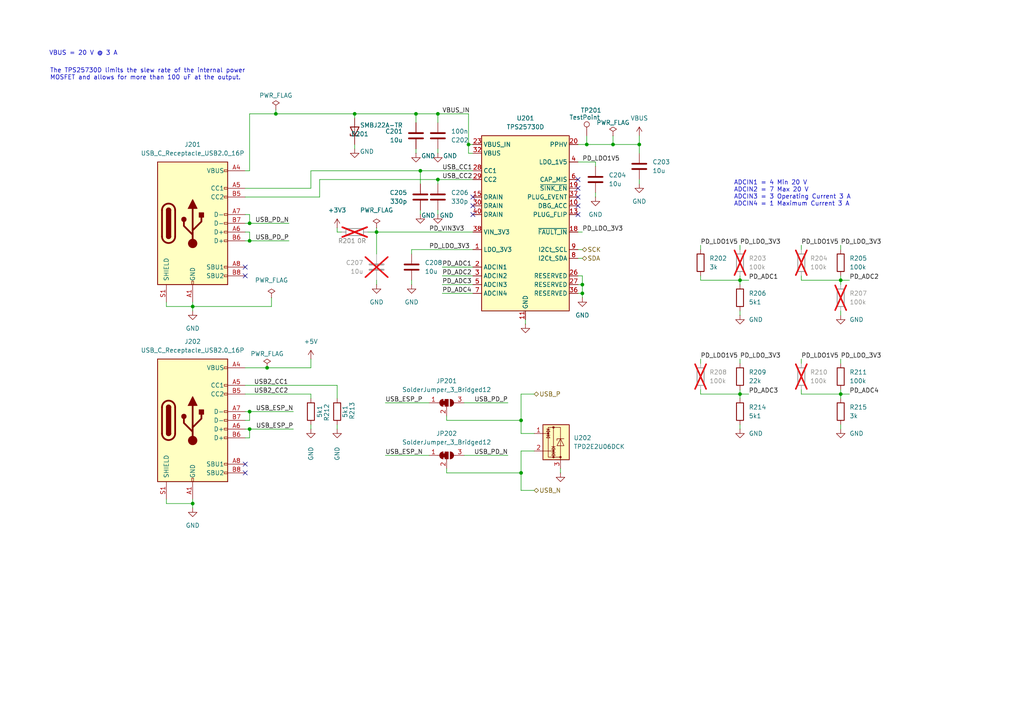
<source format=kicad_sch>
(kicad_sch (version 20250114) (generator "eeschema") (generator_version "9.0")
  (paper "A4")
  (title_block (title "Glowbuck"))
  (lib_symbols
    (symbol "Connector:TestPoint" (pin_numbers (hide yes)) (pin_names (offset 0.762) (hide yes))
      (property "Reference" "TP" (at 0 6.858 0))
      (property "Value" "TestPoint" (at 0 5.08 0))
      (symbol "TestPoint_0_1"
        (circle (center 0 3.302) (radius 0.762))
      )
      (symbol "TestPoint_1_1"
        (pin passive line (at 0 0 90) (length 2.54) (name "1") (number "1"))
      )
    )
    (symbol "Connector:USB_C_Receptacle_USB2.0_16P" (pin_names (offset 1.016))
      (property "Reference" "J" (at 0 22.225 0))
      (property "Value" "USB_C_Receptacle_USB2.0_16P" (at 0 19.685 0))
      (symbol "USB_C_Receptacle_USB2.0_16P_0_0"
        (rectangle (start -0.254 -17.78) (end 0.254 -16.764))
        (rectangle (start 10.16 15.494) (end 9.144 14.986))
        (rectangle (start 10.16 10.414) (end 9.144 9.906))
        (rectangle (start 10.16 7.874) (end 9.144 7.366))
        (rectangle (start 10.16 2.794) (end 9.144 2.286))
        (rectangle (start 10.16 0.254) (end 9.144 -0.254))
        (rectangle (start 10.16 -2.286) (end 9.144 -2.794))
        (rectangle (start 10.16 -4.826) (end 9.144 -5.334))
        (rectangle (start 10.16 -12.446) (end 9.144 -12.954))
        (rectangle (start 10.16 -14.986) (end 9.144 -15.494))
      )
      (symbol "USB_C_Receptacle_USB2.0_16P_0_1"
        (rectangle (start -10.16 17.78) (end 10.16 -17.78) (stroke (width 0.254)) (fill (type background)))
        (polyline (pts (xy -8.89 -3.81) (xy -8.89 3.81)) (stroke (width 0.508)))
        (rectangle (start -7.62 -3.81) (end -6.35 3.81) (stroke (width 0.254)) (fill (type outline)))
        (arc (start -7.62 3.81) (mid -6.985 4.4423) (end -6.35 3.81) (stroke (width 0.254)))
        (arc (start -7.62 3.81) (mid -6.985 4.4423) (end -6.35 3.81) (stroke (width 0.254)) (fill (type outline)))
        (arc (start -8.89 3.81) (mid -6.985 5.7067) (end -5.08 3.81) (stroke (width 0.508)))
        (arc (start -5.08 -3.81) (mid -6.985 -5.7067) (end -8.89 -3.81) (stroke (width 0.508)))
        (arc (start -6.35 -3.81) (mid -6.985 -4.4423) (end -7.62 -3.81) (stroke (width 0.254)))
        (arc (start -6.35 -3.81) (mid -6.985 -4.4423) (end -7.62 -3.81) (stroke (width 0.254)) (fill (type outline)))
        (polyline (pts (xy -5.08 3.81) (xy -5.08 -3.81)) (stroke (width 0.508)))
        (circle (center -2.54 1.143) (radius 0.635) (stroke (width 0.254)) (fill (type outline)))
        (polyline (pts (xy -1.27 4.318) (xy 0 6.858) (xy 1.27 4.318) (xy -1.27 4.318)) (stroke (width 0.254)) (fill (type outline)))
        (polyline (pts (xy 0 -2.032) (xy 2.54 0.508) (xy 2.54 1.778)) (stroke (width 0.508)))
        (polyline (pts (xy 0 -3.302) (xy -2.54 -0.762) (xy -2.54 0.508)) (stroke (width 0.508)))
        (polyline (pts (xy 0 -5.842) (xy 0 4.318)) (stroke (width 0.508)))
        (circle (center 0 -5.842) (radius 1.27) (fill (type outline)))
        (rectangle (start 1.905 1.778) (end 3.175 3.048) (stroke (width 0.254)) (fill (type outline)))
      )
      (symbol "USB_C_Receptacle_USB2.0_16P_1_1"
        (pin passive line (at -7.62 -22.86 90) (length 5.08) (name "SHIELD") (number "S1"))
        (pin passive line (at 0 -22.86 90) (length 5.08) (name "GND") (number "A1"))
        (pin passive line (at 0 -22.86 90) (length 5.08) (hide yes) (name "GND") (number "A12"))
        (pin passive line (at 0 -22.86 90) (length 5.08) (hide yes) (name "GND") (number "B1"))
        (pin passive line (at 0 -22.86 90) (length 5.08) (hide yes) (name "GND") (number "B12"))
        (pin passive line (at 15.24 15.24 180) (length 5.08) (name "VBUS") (number "A4"))
        (pin passive line (at 15.24 15.24 180) (length 5.08) (hide yes) (name "VBUS") (number "A9"))
        (pin passive line (at 15.24 15.24 180) (length 5.08) (hide yes) (name "VBUS") (number "B4"))
        (pin passive line (at 15.24 15.24 180) (length 5.08) (hide yes) (name "VBUS") (number "B9"))
        (pin bidirectional line (at 15.24 10.16 180) (length 5.08) (name "CC1") (number "A5"))
        (pin bidirectional line (at 15.24 7.62 180) (length 5.08) (name "CC2") (number "B5"))
        (pin bidirectional line (at 15.24 2.54 180) (length 5.08) (name "D-") (number "A7"))
        (pin bidirectional line (at 15.24 0 180) (length 5.08) (name "D-") (number "B7"))
        (pin bidirectional line (at 15.24 -2.54 180) (length 5.08) (name "D+") (number "A6"))
        (pin bidirectional line (at 15.24 -5.08 180) (length 5.08) (name "D+") (number "B6"))
        (pin bidirectional line (at 15.24 -12.7 180) (length 5.08) (name "SBU1") (number "A8"))
        (pin bidirectional line (at 15.24 -15.24 180) (length 5.08) (name "SBU2") (number "B8"))
      )
    )
    (symbol "Device:C" (pin_numbers (hide yes)) (pin_names (offset 0.254))
      (property "Reference" "C" (at 0.635 2.54 0))
      (property "Value" "C" (at 0.635 -2.54 0))
      (symbol "C_0_1"
        (polyline (pts (xy -2.032 0.762) (xy 2.032 0.762)) (stroke (width 0.508)))
        (polyline (pts (xy -2.032 -0.762) (xy 2.032 -0.762)) (stroke (width 0.508)))
      )
      (symbol "C_1_1"
        (pin passive line (at 0 3.81 270) (length 2.794) (name "~") (number "1"))
        (pin passive line (at 0 -3.81 90) (length 2.794) (name "~") (number "2"))
      )
    )
    (symbol "Device:D_Zener" (pin_numbers (hide yes)) (pin_names (offset 1.016) (hide yes))
      (property "Reference" "D" (at 0 2.54 0))
      (property "Value" "D_Zener" (at 0 -2.54 0))
      (symbol "D_Zener_0_1"
        (polyline (pts (xy -1.27 -1.27) (xy -1.27 1.27) (xy -0.762 1.27)) (stroke (width 0.254)))
        (polyline (pts (xy 1.27 0) (xy -1.27 0)))
        (polyline (pts (xy 1.27 -1.27) (xy 1.27 1.27) (xy -1.27 0) (xy 1.27 -1.27)) (stroke (width 0.254)))
      )
      (symbol "D_Zener_1_1"
        (pin passive line (at -3.81 0 0) (length 2.54) (name "K") (number "1"))
        (pin passive line (at 3.81 0 180) (length 2.54) (name "A") (number "2"))
      )
    )
    (symbol "Device:R" (pin_numbers (hide yes)) (pin_names (offset 0))
      (property "Reference" "R" (at 2.032 0 90))
      (property "Value" "R" (at 0 0 90))
      (symbol "R_0_1"
        (rectangle (start -1.016 -2.54) (end 1.016 2.54) (stroke (width 0.254)))
      )
      (symbol "R_1_1"
        (pin passive line (at 0 3.81 270) (length 1.27) (name "~") (number "1"))
        (pin passive line (at 0 -3.81 90) (length 1.27) (name "~") (number "2"))
      )
    )
    (symbol "Interface_USB:TPS25730D"
      (property "Reference" "U" (at -12.192 26.924 0))
      (property "Value" "TPS25730D" (at 7.874 -26.924 0))
      (symbol "TPS25730D_1_1"
        (rectangle (start -12.7 25.4) (end 12.7 -25.4) (stroke (width 0.254)) (fill (type background)))
        (pin power_in line (at -15.24 22.86 0) (length 2.54) (name "VBUS_IN") (number "23"))
        (pin power_in line (at -15.24 20.32 0) (length 2.54) (name "VBUS") (number "32"))
        (pin bidirectional line (at -15.24 15.24 0) (length 2.54) (name "CC1") (number "28"))
        (pin bidirectional line (at -15.24 12.7 0) (length 2.54) (name "CC2") (number "29"))
        (pin passive line (at -15.24 7.62 0) (length 2.54) (name "DRAIN") (number "15"))
        (pin passive line (at -15.24 5.08 0) (length 2.54) (name "DRAIN") (number "30"))
        (pin passive line (at -15.24 2.54 0) (length 2.54) (name "DRAIN") (number "40"))
        (pin power_in line (at -15.24 -2.54 0) (length 2.54) (name "VIN_3V3") (number "38"))
        (pin power_out line (at -15.24 -7.62 0) (length 2.54) (name "LDO_3V3") (number "1"))
        (pin input line (at -15.24 -12.7 0) (length 2.54) (name "ADCIN1") (number "2"))
        (pin input line (at -15.24 -15.24 0) (length 2.54) (name "ADCIN2") (number "3"))
        (pin input line (at -15.24 -17.78 0) (length 2.54) (name "ADCIN3") (number "5"))
        (pin input line (at -15.24 -20.32 0) (length 2.54) (name "ADCIN4") (number "7"))
        (pin power_in line (at 0 -27.94 90) (length 2.54) (name "GND") (number "11"))
        (pin passive line (at 0 -27.94 90) (length 2.54) (hide yes) (name "GND") (number "12"))
        (pin passive line (at 0 -27.94 90) (length 2.54) (hide yes) (name "GND") (number "14"))
        (pin passive line (at 0 -27.94 90) (length 2.54) (hide yes) (name "GND") (number "16"))
        (pin passive line (at 0 -27.94 90) (length 2.54) (hide yes) (name "GND") (number "17"))
        (pin passive line (at 0 -27.94 90) (length 2.54) (hide yes) (name "GND") (number "31"))
        (pin passive line (at 0 -27.94 90) (length 2.54) (hide yes) (name "GND") (number "34"))
        (pin passive line (at 0 -27.94 90) (length 2.54) (hide yes) (name "GND") (number "39"))
        (pin bidirectional line (at 15.24 22.86 180) (length 2.54) (name "PPHV") (number "20"))
        (pin output line (at 15.24 17.78 180) (length 2.54) (name "LDO_1V5") (number "4"))
        (pin open_collector line (at 15.24 12.7 180) (length 2.54) (name "CAP_MIS") (number "6"))
        (pin open_collector line (at 15.24 10.16 180) (length 2.54) (name "~{SINK_EN}") (number "19"))
        (pin open_collector line (at 15.24 7.62 180) (length 2.54) (name "PLUG_EVENT") (number "37"))
        (pin open_collector line (at 15.24 5.08 180) (length 2.54) (name "DBG_ACC") (number "10"))
        (pin open_collector line (at 15.24 2.54 180) (length 2.54) (name "PLUG_FLIP") (number "13"))
        (pin input line (at 15.24 -2.54 180) (length 2.54) (name "~{FAULT_IN}") (number "18"))
        (pin input line (at 15.24 -7.62 180) (length 2.54) (name "I2Ct_SCL") (number "9"))
        (pin bidirectional line (at 15.24 -10.16 180) (length 2.54) (name "I2Ct_SDA") (number "8"))
        (pin input line (at 15.24 -15.24 180) (length 2.54) (name "RESERVED") (number "26"))
        (pin input line (at 15.24 -17.78 180) (length 2.54) (name "RESERVED") (number "27"))
        (pin input line (at 15.24 -20.32 180) (length 2.54) (name "RESERVED") (number "36"))
      )
    )
    (symbol "Jumper:SolderJumper_3_Bridged12" (pin_names (offset 0) (hide yes)) (in_bom no)
      (property "Reference" "JP" (at -2.54 -2.54 0))
      (property "Value" "SolderJumper_3_Bridged12" (at 0 2.794 0))
      (symbol "SolderJumper_3_Bridged12_0_1"
        (polyline (pts (xy -2.54 0) (xy -2.032 0)))
        (polyline (pts (xy -1.016 1.016) (xy -1.016 -1.016)))
        (rectangle (start -1.016 0.508) (end -0.508 -0.508) (fill (type outline)))
        (arc (start -1.016 -1.016) (mid -2.0276 0) (end -1.016 1.016))
        (arc (start -1.016 -1.016) (mid -2.0276 0) (end -1.016 1.016) (fill (type outline)))
        (rectangle (start -0.508 1.016) (end 0.508 -1.016) (fill (type outline)))
        (polyline (pts (xy 0 -1.27) (xy 0 -1.016)))
        (arc (start 1.016 1.016) (mid 2.0276 0) (end 1.016 -1.016))
        (arc (start 1.016 1.016) (mid 2.0276 0) (end 1.016 -1.016) (fill (type outline)))
        (polyline (pts (xy 1.016 1.016) (xy 1.016 -1.016)))
        (polyline (pts (xy 2.54 0) (xy 2.032 0)))
      )
      (symbol "SolderJumper_3_Bridged12_1_1"
        (pin passive line (at -5.08 0 0) (length 2.54) (name "A") (number "1"))
        (pin passive line (at 0 -3.81 90) (length 2.54) (name "C") (number "2"))
        (pin passive line (at 5.08 0 180) (length 2.54) (name "B") (number "3"))
      )
    )
    (symbol "Power_Protection:TPD2E2U06DCK"
      (property "Reference" "U" (at -3.81 6.35 0))
      (property "Value" "TPD2E2U06DCK" (at 0.508 -6.35 0))
      (symbol "TPD2E2U06DCK_0_1"
        (rectangle (start -5.08 5.08) (end 2.54 -5.08) (stroke (width 0.254)) (fill (type background)))
        (rectangle (start -3.556 4.318) (end 0 -4.318))
        (polyline (pts (xy -3.556 3.81) (xy -4.064 3.048) (xy -3.048 3.048) (xy -3.556 3.81)))
        (circle (center -3.556 2.54) (radius 0.254) (fill (type outline)))
        (polyline (pts (xy -3.556 2.54) (xy -5.08 2.54)))
        (polyline (pts (xy -3.556 2.032) (xy -4.064 1.27) (xy -3.048 1.27) (xy -3.556 2.032)))
        (polyline (pts (xy -3.048 3.81) (xy -4.064 3.81)))
        (polyline (pts (xy -3.048 2.032) (xy -4.064 2.032)))
        (circle (center -2.032 4.318) (radius 0.254) (fill (type outline)))
        (polyline (pts (xy -2.032 -1.27) (xy -2.54 -2.032) (xy -1.524 -2.032) (xy -2.032 -1.27)))
        (circle (center -2.032 -2.54) (radius 0.254) (fill (type outline)))
        (polyline (pts (xy -2.032 -2.54) (xy -5.08 -2.54)))
        (polyline (pts (xy -2.032 -3.048) (xy -2.54 -3.81) (xy -1.524 -3.81) (xy -2.032 -3.048)))
        (circle (center -2.032 -4.318) (radius 0.254) (fill (type outline)))
        (polyline (pts (xy -2.032 -4.318) (xy -2.032 4.318)))
        (polyline (pts (xy -1.524 -1.27) (xy -2.54 -1.27)))
        (polyline (pts (xy -1.524 -3.048) (xy -2.54 -3.048)))
        (polyline (pts (xy 0 1.016) (xy 1.016 -1.016) (xy -1.016 -1.016) (xy 0 1.016)))
        (polyline (pts (xy 0 -4.318) (xy 0 -5.08)))
        (circle (center 0 -4.318) (radius 0.254) (fill (type outline)))
        (polyline (pts (xy 1.016 1.016) (xy -1.016 1.016) (xy -1.016 0.508)))
      )
      (symbol "TPD2E2U06DCK_1_1"
        (pin passive line (at -7.62 2.54 0) (length 2.54) (name "~") (number "1"))
        (pin passive line (at -7.62 -2.54 0) (length 2.54) (name "~") (number "2"))
        (pin passive line (at 0 -7.62 90) (length 2.54) (name "~") (number "3"))
      )
    )
    (symbol "power:+3V3" (power) (pin_numbers (hide yes)) (pin_names (offset 0) (hide yes))
      (property "Value" "+3V3" (at 0 3.556 0))
      (symbol "+3V3_0_1"
        (polyline (pts (xy -0.762 1.27) (xy 0 2.54)))
        (polyline (pts (xy 0 2.54) (xy 0.762 1.27)))
        (polyline (pts (xy 0 0) (xy 0 2.54)))
      )
      (symbol "+3V3_1_1"
        (pin power_in line (at 0 0 90) (length 0) (name "~") (number "1"))
      )
    )
    (symbol "power:+5V" (power) (pin_numbers (hide yes)) (pin_names (offset 0) (hide yes))
      (property "Value" "+5V" (at 0 3.556 0))
      (symbol "+5V_0_1"
        (polyline (pts (xy -0.762 1.27) (xy 0 2.54)))
        (polyline (pts (xy 0 2.54) (xy 0.762 1.27)))
        (polyline (pts (xy 0 0) (xy 0 2.54)))
      )
      (symbol "+5V_1_1"
        (pin power_in line (at 0 0 90) (length 0) (name "~") (number "1"))
      )
    )
    (symbol "power:GND" (power) (pin_numbers (hide yes)) (pin_names (offset 0) (hide yes))
      (property "Value" "GND" (at 0 -3.81 0))
      (symbol "GND_0_1"
        (polyline (pts (xy 0 0) (xy 0 -1.27) (xy 1.27 -1.27) (xy 0 -2.54) (xy -1.27 -1.27) (xy 0 -1.27)))
      )
      (symbol "GND_1_1"
        (pin power_in line (at 0 0 270) (length 0) (name "~") (number "1"))
      )
    )
    (symbol "power:PWR_FLAG" (power) (pin_numbers (hide yes)) (pin_names (offset 0) (hide yes))
      (property "Value" "PWR_FLAG" (at 0 3.81 0))
      (symbol "PWR_FLAG_0_0"
        (pin power_out line (at 0 0 90) (length 0) (name "~") (number "1"))
      )
      (symbol "PWR_FLAG_0_1"
        (polyline (pts (xy 0 0) (xy 0 1.27) (xy -1.016 1.905) (xy 0 2.54) (xy 1.016 1.905) (xy 0 1.27)))
      )
    )
    (symbol "power:VBUS" (power) (pin_numbers (hide yes)) (pin_names (offset 0) (hide yes))
      (property "Value" "VBUS" (at 0 3.556 0))
      (symbol "VBUS_0_1"
        (polyline (pts (xy -0.762 1.27) (xy 0 2.54)))
        (polyline (pts (xy 0 2.54) (xy 0.762 1.27)))
        (polyline (pts (xy 0 0) (xy 0 2.54)))
      )
      (symbol "VBUS_1_1"
        (pin power_in line (at 0 0 90) (length 0) (name "~") (number "1"))
      )
    )
  )
  (text "The TPS25730D limits the slew rate of the internal power\nMOSFET and allows for more than 100 uF at the output." (at 14.478 19.812 0) (effects (font (size 1.27 1.27)) (justify left top)))
  (text "ADCIN1 = 4 Min 20 V\nADCIN2 = 7 Max 20 V\nADCIN3 = 3 Operating Current 3 A\nADCIN4 = 1 Maximum Current 3 A" (at 212.852 56.134 0) (effects (font (size 1.27 1.27)) (justify left)))
  (text "VBUS = 20 V @ 3 A" (at 14.224 14.732 0) (effects (font (size 1.27 1.27)) (justify left top)))
  (junction (at 214.63 114.3))
  (junction (at 185.42 41.91))
  (junction (at 177.8 41.91))
  (junction (at 72.39 119.38))
  (junction (at 77.47 106.68))
  (junction (at 243.84 114.3))
  (junction (at 109.22 67.31))
  (junction (at 151.13 137.16))
  (junction (at 168.91 82.55))
  (junction (at 72.39 69.85))
  (junction (at 72.39 64.77))
  (junction (at 55.88 146.05))
  (junction (at 168.91 85.09))
  (junction (at 102.87 33.02))
  (junction (at 214.63 81.28))
  (junction (at 55.88 88.9))
  (junction (at 135.89 41.91))
  (junction (at 127 33.02))
  (junction (at 170.18 41.91))
  (junction (at 127 52.07))
  (junction (at 243.84 81.28))
  (junction (at 80.01 33.02))
  (junction (at 121.92 49.53))
  (junction (at 72.39 124.46))
  (junction (at 120.65 33.02))
  (junction (at 151.13 121.92))
  (no_connect (at 167.64 59.69))
  (no_connect (at 137.16 57.15))
  (no_connect (at 71.12 137.16))
  (no_connect (at 137.16 59.69))
  (no_connect (at 137.16 62.23))
  (no_connect (at 167.64 54.61))
  (no_connect (at 71.12 77.47))
  (no_connect (at 167.64 52.07))
  (no_connect (at 71.12 80.01))
  (no_connect (at 167.64 57.15))
  (no_connect (at 167.64 62.23))
  (no_connect (at 71.12 134.62))
  (wire (pts (xy 214.63 71.12) (xy 214.63 72.39)))
  (wire (pts (xy 77.47 106.68) (xy 90.17 106.68)))
  (wire (pts (xy 185.42 41.91) (xy 185.42 44.45)))
  (wire (pts (xy 151.13 130.81) (xy 151.13 137.16)))
  (wire (pts (xy 232.41 113.03) (xy 232.41 114.3)))
  (wire (pts (xy 128.27 80.01) (xy 137.16 80.01)))
  (wire (pts (xy 232.41 81.28) (xy 243.84 81.28)))
  (wire (pts (xy 127 33.02) (xy 135.89 33.02)))
  (wire (pts (xy 109.22 67.31) (xy 137.16 67.31)))
  (wire (pts (xy 203.2 80.01) (xy 203.2 81.28)))
  (wire (pts (xy 121.92 62.23) (xy 121.92 60.96)))
  (wire (pts (xy 127 52.07) (xy 92.71 52.07)))
  (wire (pts (xy 97.79 115.57) (xy 97.79 111.76)))
  (wire (pts (xy 109.22 67.31) (xy 109.22 73.66)))
  (wire (pts (xy 232.41 114.3) (xy 243.84 114.3)))
  (wire (pts (xy 243.84 81.28) (xy 243.84 82.55)))
  (wire (pts (xy 128.27 77.47) (xy 137.16 77.47)))
  (wire (pts (xy 135.89 44.45) (xy 135.89 41.91)))
  (wire (pts (xy 124.46 116.84) (xy 111.76 116.84)))
  (wire (pts (xy 72.39 62.23) (xy 71.12 62.23)))
  (wire (pts (xy 48.26 88.9) (xy 48.26 87.63)))
  (wire (pts (xy 203.2 104.14) (xy 203.2 105.41)))
  (wire (pts (xy 90.17 106.68) (xy 90.17 104.14)))
  (wire (pts (xy 172.72 46.99) (xy 172.72 48.26)))
  (wire (pts (xy 168.91 74.93) (xy 167.64 74.93)))
  (wire (pts (xy 168.91 85.09) (xy 168.91 86.36)))
  (wire (pts (xy 129.54 135.89) (xy 129.54 137.16)))
  (wire (pts (xy 72.39 49.53) (xy 71.12 49.53)))
  (wire (pts (xy 78.74 88.9) (xy 78.74 86.36)))
  (wire (pts (xy 177.8 39.37) (xy 177.8 41.91)))
  (wire (pts (xy 80.01 33.02) (xy 72.39 33.02)))
  (wire (pts (xy 137.16 44.45) (xy 135.89 44.45)))
  (wire (pts (xy 48.26 146.05) (xy 55.88 146.05)))
  (wire (pts (xy 55.88 147.32) (xy 55.88 146.05)))
  (wire (pts (xy 154.94 130.81) (xy 151.13 130.81)))
  (wire (pts (xy 147.32 116.84) (xy 134.62 116.84)))
  (wire (pts (xy 119.38 82.55) (xy 119.38 81.28)))
  (wire (pts (xy 97.79 67.31) (xy 99.06 67.31)))
  (wire (pts (xy 121.92 49.53) (xy 137.16 49.53)))
  (wire (pts (xy 72.39 69.85) (xy 71.12 69.85)))
  (wire (pts (xy 243.84 114.3) (xy 243.84 115.57)))
  (wire (pts (xy 48.26 146.05) (xy 48.26 144.78)))
  (wire (pts (xy 55.88 146.05) (xy 55.88 144.78)))
  (wire (pts (xy 106.68 67.31) (xy 109.22 67.31)))
  (wire (pts (xy 90.17 49.53) (xy 121.92 49.53)))
  (wire (pts (xy 128.27 82.55) (xy 137.16 82.55)))
  (wire (pts (xy 102.87 41.91) (xy 102.87 43.18)))
  (wire (pts (xy 72.39 127) (xy 71.12 127)))
  (wire (pts (xy 168.91 72.39) (xy 167.64 72.39)))
  (wire (pts (xy 243.84 81.28) (xy 246.38 81.28)))
  (wire (pts (xy 151.13 121.92) (xy 151.13 125.73)))
  (wire (pts (xy 203.2 71.12) (xy 203.2 72.39)))
  (wire (pts (xy 72.39 124.46) (xy 85.09 124.46)))
  (wire (pts (xy 92.71 57.15) (xy 71.12 57.15)))
  (wire (pts (xy 135.89 33.02) (xy 135.89 41.91)))
  (wire (pts (xy 214.63 113.03) (xy 214.63 114.3)))
  (wire (pts (xy 129.54 137.16) (xy 151.13 137.16)))
  (wire (pts (xy 72.39 33.02) (xy 72.39 49.53)))
  (wire (pts (xy 203.2 81.28) (xy 214.63 81.28)))
  (wire (pts (xy 72.39 69.85) (xy 83.82 69.85)))
  (wire (pts (xy 167.64 46.99) (xy 172.72 46.99)))
  (wire (pts (xy 55.88 88.9) (xy 55.88 87.63)))
  (wire (pts (xy 214.63 124.46) (xy 214.63 123.19)))
  (wire (pts (xy 129.54 121.92) (xy 151.13 121.92)))
  (wire (pts (xy 72.39 67.31) (xy 71.12 67.31)))
  (wire (pts (xy 71.12 119.38) (xy 72.39 119.38)))
  (wire (pts (xy 232.41 80.01) (xy 232.41 81.28)))
  (wire (pts (xy 154.94 125.73) (xy 151.13 125.73)))
  (wire (pts (xy 120.65 43.18) (xy 120.65 44.45)))
  (wire (pts (xy 243.84 113.03) (xy 243.84 114.3)))
  (wire (pts (xy 203.2 114.3) (xy 214.63 114.3)))
  (wire (pts (xy 170.18 39.37) (xy 170.18 41.91)))
  (wire (pts (xy 119.38 73.66) (xy 119.38 72.39)))
  (wire (pts (xy 72.39 64.77) (xy 83.82 64.77)))
  (wire (pts (xy 71.12 54.61) (xy 90.17 54.61)))
  (wire (pts (xy 127 44.45) (xy 127 43.18)))
  (wire (pts (xy 151.13 114.3) (xy 154.94 114.3)))
  (wire (pts (xy 203.2 113.03) (xy 203.2 114.3)))
  (wire (pts (xy 71.12 114.3) (xy 90.17 114.3)))
  (wire (pts (xy 243.84 114.3) (xy 246.38 114.3)))
  (wire (pts (xy 243.84 104.14) (xy 243.84 105.41)))
  (wire (pts (xy 151.13 142.24) (xy 154.94 142.24)))
  (wire (pts (xy 109.22 66.04) (xy 109.22 67.31)))
  (wire (pts (xy 232.41 104.14) (xy 232.41 105.41)))
  (wire (pts (xy 71.12 124.46) (xy 72.39 124.46)))
  (wire (pts (xy 72.39 64.77) (xy 71.12 64.77)))
  (wire (pts (xy 167.64 41.91) (xy 170.18 41.91)))
  (wire (pts (xy 102.87 33.02) (xy 120.65 33.02)))
  (wire (pts (xy 90.17 114.3) (xy 90.17 115.57)))
  (wire (pts (xy 147.32 132.08) (xy 134.62 132.08)))
  (wire (pts (xy 232.41 71.12) (xy 232.41 72.39)))
  (wire (pts (xy 48.26 88.9) (xy 55.88 88.9)))
  (wire (pts (xy 243.84 124.46) (xy 243.84 123.19)))
  (wire (pts (xy 72.39 121.92) (xy 71.12 121.92)))
  (wire (pts (xy 214.63 81.28) (xy 214.63 82.55)))
  (wire (pts (xy 120.65 33.02) (xy 120.65 35.56)))
  (wire (pts (xy 214.63 81.28) (xy 217.17 81.28)))
  (wire (pts (xy 168.91 85.09) (xy 167.64 85.09)))
  (wire (pts (xy 127 53.34) (xy 127 52.07)))
  (wire (pts (xy 214.63 91.44) (xy 214.63 90.17)))
  (wire (pts (xy 214.63 114.3) (xy 214.63 115.57)))
  (wire (pts (xy 71.12 106.68) (xy 77.47 106.68)))
  (wire (pts (xy 120.65 33.02) (xy 127 33.02)))
  (wire (pts (xy 162.56 137.16) (xy 162.56 135.89)))
  (wire (pts (xy 172.72 55.88) (xy 172.72 57.15)))
  (wire (pts (xy 71.12 111.76) (xy 97.79 111.76)))
  (wire (pts (xy 127 52.07) (xy 137.16 52.07)))
  (wire (pts (xy 168.91 82.55) (xy 167.64 82.55)))
  (wire (pts (xy 55.88 90.17) (xy 55.88 88.9)))
  (wire (pts (xy 168.91 80.01) (xy 167.64 80.01)))
  (wire (pts (xy 97.79 66.04) (xy 97.79 67.31)))
  (wire (pts (xy 109.22 82.55) (xy 109.22 81.28)))
  (wire (pts (xy 177.8 41.91) (xy 185.42 41.91)))
  (wire (pts (xy 243.84 80.01) (xy 243.84 81.28)))
  (wire (pts (xy 243.84 71.12) (xy 243.84 72.39)))
  (wire (pts (xy 72.39 67.31) (xy 72.39 69.85)))
  (wire (pts (xy 214.63 104.14) (xy 214.63 105.41)))
  (wire (pts (xy 127 33.02) (xy 127 35.56)))
  (wire (pts (xy 168.91 82.55) (xy 168.91 85.09)))
  (wire (pts (xy 124.46 132.08) (xy 111.76 132.08)))
  (wire (pts (xy 90.17 124.46) (xy 90.17 123.19)))
  (wire (pts (xy 121.92 49.53) (xy 121.92 53.34)))
  (wire (pts (xy 185.42 52.07) (xy 185.42 53.34)))
  (wire (pts (xy 97.79 124.46) (xy 97.79 123.19)))
  (wire (pts (xy 80.01 31.75) (xy 80.01 33.02)))
  (wire (pts (xy 152.4 93.98) (xy 152.4 92.71)))
  (wire (pts (xy 151.13 137.16) (xy 151.13 142.24)))
  (wire (pts (xy 128.27 85.09) (xy 137.16 85.09)))
  (wire (pts (xy 72.39 127) (xy 72.39 124.46)))
  (wire (pts (xy 72.39 62.23) (xy 72.39 64.77)))
  (wire (pts (xy 185.42 41.91) (xy 185.42 39.37)))
  (wire (pts (xy 72.39 121.92) (xy 72.39 119.38)))
  (wire (pts (xy 92.71 52.07) (xy 92.71 57.15)))
  (wire (pts (xy 135.89 41.91) (xy 137.16 41.91)))
  (wire (pts (xy 151.13 114.3) (xy 151.13 121.92)))
  (wire (pts (xy 90.17 54.61) (xy 90.17 49.53)))
  (wire (pts (xy 243.84 91.44) (xy 243.84 90.17)))
  (wire (pts (xy 167.64 67.31) (xy 168.91 67.31)))
  (wire (pts (xy 55.88 88.9) (xy 78.74 88.9)))
  (wire (pts (xy 214.63 80.01) (xy 214.63 81.28)))
  (wire (pts (xy 214.63 114.3) (xy 217.17 114.3)))
  (wire (pts (xy 170.18 41.91) (xy 177.8 41.91)))
  (wire (pts (xy 102.87 33.02) (xy 80.01 33.02)))
  (wire (pts (xy 129.54 120.65) (xy 129.54 121.92)))
  (wire (pts (xy 72.39 119.38) (xy 85.09 119.38)))
  (wire (pts (xy 102.87 33.02) (xy 102.87 34.29)))
  (wire (pts (xy 119.38 72.39) (xy 137.16 72.39)))
  (wire (pts (xy 168.91 80.01) (xy 168.91 82.55)))
  (wire (pts (xy 127 62.23) (xy 127 60.96)))
  (label "USB2_CC1" (at 73.66 111.76 0))
  (label "PD_ADC1" (at 217.17 81.28 0))
  (label "PD_ADC4" (at 246.38 114.3 0))
  (label "PD_ADC2" (at 246.38 81.28 0))
  (label "PD_LDO_3V3" (at 243.84 71.12 0))
  (label "PD_ADC3" (at 217.17 114.3 0))
  (label "PD_ADC2" (at 128.27 80.01 0))
  (label "USB_PD_P" (at 147.32 116.84 180))
  (label "USB_ESP_N" (at 111.76 132.08 0))
  (label "PD_LDO1V5" (at 203.2 104.14 0))
  (label "PD_ADC1" (at 128.27 77.47 0))
  (label "PD_LDO1V5" (at 232.41 104.14 0))
  (label "PD_ADC4" (at 128.27 85.09 0))
  (label "PD_LDO_3V3" (at 214.63 71.12 0))
  (label "PD_LDO_3V3" (at 124.46 72.39 0))
  (label "PD_LDO1V5" (at 203.2 71.12 0))
  (label "USB_ESP_P" (at 85.09 124.46 180))
  (label "PD_LDO_3V3" (at 168.91 67.31 0))
  (label "USB_ESP_N" (at 85.09 119.38 180))
  (label "PD_LDO1V5" (at 232.41 71.12 0))
  (label "PD_VIN3V3" (at 124.46 67.31 0))
  (label "PD_LDO_3V3" (at 243.84 104.14 0))
  (label "USB_CC2" (at 128.27 52.07 0))
  (label "USB_PD_N" (at 83.82 64.77 180))
  (label "PD_LDO_3V3" (at 214.63 104.14 0))
  (label "USB_CC1" (at 128.27 49.53 0))
  (label "USB_ESP_P" (at 111.76 116.84 0))
  (label "PD_ADC3" (at 128.27 82.55 0))
  (label "PD_LDO1V5" (at 168.91 46.99 0))
  (label "USB_PD_N" (at 147.32 132.08 180))
  (label "USB_PD_P" (at 83.82 69.85 180))
  (label "USB2_CC2" (at 73.66 114.3 0))
  (label "VBUS_IN" (at 128.27 33.02 0))
  (hierarchical_label "SCK" (shape bidirectional) (at 168.91 72.39 0))
  (hierarchical_label "USB_N" (shape bidirectional) (at 154.94 142.24 0))
  (hierarchical_label "USB_P" (shape bidirectional) (at 154.94 114.3 0))
  (hierarchical_label "SDA" (shape bidirectional) (at 168.91 74.93 0))
  (symbol (lib_id "power:GND") (at 127 44.45 0) (unit 1)
    (property "Reference" "#PWR0204" (effects (hide yes)))
    (property "Value" "GND" (at 132.588 45.212 0) (effects (justify right)))
    (property "Description" "Power symbol creates a global label with name \"GND\" , ground" (effects (hide yes)))
  )
  (symbol (lib_id "power:PWR_FLAG") (at 109.22 66.04 0) (unit 1)
    (property "Reference" "#FLG0203" (effects (hide yes)))
    (property "Value" "PWR_FLAG" (at 109.22 60.96 0))
    (property "Description" "Special symbol for telling ERC where power comes from" (effects (hide yes)))
  )
  (symbol (lib_id "Device:C") (at 172.72 52.07 180) (unit 1)
    (property "Reference" "C204" (at 176.53 50.7999 0) (effects (justify right)))
    (property "Value" "10u" (at 176.53 53.3399 0) (effects (justify right)))
    (property "Footprint" "Capacitor_SMD:C_0603_1608Metric" (effects (hide yes)))
    (property "Description" "Unpolarized capacitor" (effects (hide yes)))
    (property "MouserNumber" "187-CL10A106MA8NRNC" (effects (hide yes)))
    (property "ManufacturerNumber" "CL10A106MA8NRNC" (effects (hide yes)))
  )
  (symbol (lib_id "Device:R") (at 214.63 119.38 0) (unit 1)
    (property "Reference" "R214" (at 217.17 118.1099 0) (effects (justify left)))
    (property "Value" "5k1" (at 217.17 120.6499 0) (effects (justify left)))
    (property "Footprint" "Resistor_SMD:R_0603_1608Metric" (effects (hide yes)))
    (property "Description" "Resistor" (effects (hide yes)))
    (property "MouserNumber" "603-RT0603DRE075K11L" (effects (hide yes)))
    (property "ManufacturerNumber" "RT0603DRE075K11L" (effects (hide yes)))
  )
  (symbol (lib_id "Device:C") (at 185.42 48.26 180) (unit 1)
    (property "Reference" "C203" (at 189.23 46.9899 0) (effects (justify right)))
    (property "Value" "10u" (at 189.23 49.5299 0) (effects (justify right)))
    (property "Footprint" "Capacitor_SMD:C_1210_3225Metric" (effects (hide yes)))
    (property "Description" "Unpolarized capacitor" (effects (hide yes)))
    (property "MouserNumber" "187-CL32B106KBJNNNE" (effects (hide yes)))
    (property "ManufacturerNumber" "CL32B106KBJNNNE" (effects (hide yes)))
  )
  (symbol (lib_id "power:GND") (at 214.63 91.44 0) (unit 1)
    (property "Reference" "#PWR0214" (effects (hide yes)))
    (property "Value" "GND" (at 217.17 92.7099 0) (effects (justify left)))
    (property "Description" "Power symbol creates a global label with name \"GND\" , ground" (effects (hide yes)))
  )
  (symbol (lib_id "power:GND") (at 214.63 124.46 0) (unit 1)
    (property "Reference" "#PWR0220" (effects (hide yes)))
    (property "Value" "GND" (at 217.17 125.7299 0) (effects (justify left)))
    (property "Description" "Power symbol creates a global label with name \"GND\" , ground" (effects (hide yes)))
  )
  (symbol (lib_id "power:GND") (at 121.92 62.23 0) (unit 1)
    (property "Reference" "#PWR0207" (effects (hide yes)))
    (property "Value" "GND" (at 124.206 62.484 0))
    (property "Description" "Power symbol creates a global label with name \"GND\" , ground" (effects (hide yes)))
  )
  (symbol (lib_id "power:GND") (at 162.56 137.16 0) (unit 1)
    (property "Reference" "#PWR0222" (effects (hide yes)))
    (property "Value" "GND" (effects (hide yes)))
    (property "Description" "Power symbol creates a global label with name \"GND\" , ground" (effects (hide yes)))
  )
  (symbol (lib_id "Device:R") (at 203.2 76.2 0) (unit 1)
    (property "Reference" "R202" (at 205.74 74.9299 0) (effects (justify left)))
    (property "Value" "3k" (at 205.74 77.4699 0) (effects (justify left)))
    (property "Footprint" "Resistor_SMD:R_0603_1608Metric" (effects (hide yes)))
    (property "Description" "Resistor" (effects (hide yes)))
    (property "ManufacturerNumber" "RC0603FR-133KL" (effects (hide yes)))
    (property "MouserNumber" "603-RC0603FR-133KL" (effects (hide yes)))
  )
  (symbol (lib_id "power:GND") (at 127 62.23 0) (unit 1)
    (property "Reference" "#PWR0208" (effects (hide yes)))
    (property "Value" "GND" (at 129.54 62.484 0))
    (property "Description" "Power symbol creates a global label with name \"GND\" , ground" (effects (hide yes)))
  )
  (symbol (lib_id "power:GND") (at 97.79 124.46 0) (unit 1)
    (property "Reference" "#PWR0219" (effects (hide yes)))
    (property "Value" "GND" (at 97.7901 129.54 90) (effects (justify right)))
    (property "Description" "Power symbol creates a global label with name \"GND\" , ground" (effects (hide yes)))
  )
  (symbol (lib_id "power:GND") (at 109.22 82.55 0) (unit 1)
    (property "Reference" "#PWR0210" (effects (hide yes)))
    (property "Value" "GND" (at 109.22 87.63 0))
    (property "Description" "Power symbol creates a global label with name \"GND\" , ground" (effects (hide yes)))
  )
  (symbol (lib_id "power:GND") (at 168.91 86.36 0) (unit 1)
    (property "Reference" "#PWR0212" (effects (hide yes)))
    (property "Value" "GND" (at 168.91 91.44 0))
    (property "Description" "Power symbol creates a global label with name \"GND\" , ground" (effects (hide yes)))
  )
  (symbol (lib_id "Connector:TestPoint") (at 170.18 39.37 0) (unit 1) (in_bom no) (on_board no)
    (property "Reference" "TP201" (at 168.402 32.004 0) (effects (justify left)))
    (property "Value" "TestPoint" (at 165.1 34.036 0) (effects (justify left)))
    (property "Footprint" "TestPoint:TestPoint_Pad_D1.5mm" (effects (hide yes)))
    (property "Description" "test point" (effects (hide yes)))
  )
  (symbol (lib_id "Device:C") (at 127 57.15 0) (unit 1)
    (property "Reference" "C206" (at 130.81 55.8799 0) (effects (justify left)))
    (property "Value" "330p" (at 130.81 58.4199 0) (effects (justify left)))
    (property "Footprint" "Capacitor_SMD:C_0603_1608Metric" (effects (hide yes)))
    (property "Description" "Unpolarized capacitor" (effects (hide yes)))
    (property "MouserNumber" "80-C0603C331K5R" (effects (hide yes)))
    (property "ManufacturerNumber" "C0603C331K5RACTU" (effects (hide yes)))
  )
  (symbol (lib_id "Device:R") (at 102.87 67.31 270) (unit 1) (dnp yes)
    (property "Reference" "R201" (at 100.584 69.85 90))
    (property "Value" "0R" (at 104.902 69.85 90))
    (property "Footprint" "Resistor_SMD:R_0603_1608Metric" (effects (hide yes)))
    (property "Description" "Resistor" (effects (hide yes)))
    (property "Var" "Debug Included(0R) Excluded(-! DNP)" (effects (hide yes)))
    (property "MouserNumber" "603-RC0603FR-130RL" (effects (hide yes)))
    (property "ManufacturerNumber" "RC0603FR-130RL" (effects (hide yes)))
  )
  (symbol (lib_id "Device:R") (at 232.41 76.2 0) (unit 1) (dnp yes)
    (property "Reference" "R204" (at 234.95 74.9299 0) (effects (justify left)))
    (property "Value" "100k" (at 234.95 77.4699 0) (effects (justify left)))
    (property "Footprint" "Resistor_SMD:R_0603_1608Metric" (effects (hide yes)))
    (property "Description" "Resistor" (effects (hide yes)))
    (property "ManufacturerNumber" "RT0603FRE07100KL" (effects (hide yes)))
    (property "MouserNumber" "603-RT0603FRE07100KL" (effects (hide yes)))
  )
  (symbol (lib_id "power:GND") (at 120.65 44.45 0) (unit 1)
    (property "Reference" "#PWR0203" (effects (hide yes)))
    (property "Value" "GND" (at 126.238 45.212 0) (effects (justify right)))
    (property "Description" "Power symbol creates a global label with name \"GND\" , ground" (effects (hide yes)))
  )
  (symbol (lib_id "power:GND") (at 172.72 57.15 0) (unit 1)
    (property "Reference" "#PWR0206" (effects (hide yes)))
    (property "Value" "GND" (at 172.72 62.23 0))
    (property "Description" "Power symbol creates a global label with name \"GND\" , ground" (effects (hide yes)))
  )
  (symbol (lib_id "Connector:USB_C_Receptacle_USB2.0_16P") (at 55.88 64.77 0) (unit 1)
    (property "Reference" "J201" (at 55.88 41.91 0))
    (property "Value" "USB_C_Receptacle_USB2.0_16P" (at 55.88 44.45 0))
    (property "Footprint" "Connector_USB:USB_C_Receptacle_GCT_USB4105-xx-A_16P_TopMnt_Horizontal" (effects (hide yes)))
    (property "Datasheet" "https://www.usb.org/sites/default/files/documents/usb_type-c.zip" (effects (hide yes)))
    (property "Description" "USB 2.0-only 16P Type-C Receptacle connector" (effects (hide yes)))
    (property "MouserNumber" "640-USB4105-GF-A" (effects (hide yes)))
    (property "ManufacturerNumber" "USB4105-GF-A" (effects (hide yes)))
  )
  (symbol (lib_id "power:+3V3") (at 97.79 66.04 0) (unit 1)
    (property "Reference" "#PWR0209" (effects (hide yes)))
    (property "Value" "+3V3" (at 97.79 60.96 0))
    (property "Description" "Power symbol creates a global label with name \"+3V3\"" (effects (hide yes)))
  )
  (symbol (lib_id "Device:R") (at 243.84 86.36 0) (unit 1) (dnp yes)
    (property "Reference" "R207" (at 246.38 85.0899 0) (effects (justify left)))
    (property "Value" "100k" (at 246.38 87.6299 0) (effects (justify left)))
    (property "Footprint" "Resistor_SMD:R_0603_1608Metric" (effects (hide yes)))
    (property "Description" "Resistor" (effects (hide yes)))
    (property "ManufacturerNumber" "RT0603FRE07100KL" (effects (hide yes)))
    (property "MouserNumber" "603-RT0603FRE07100KL" (effects (hide yes)))
  )
  (symbol (lib_id "Power_Protection:TPD2E2U06DCK") (at 162.56 128.27 0) (unit 1)
    (property "Reference" "U202" (at 166.37 126.9999 0) (effects (justify left)))
    (property "Value" "TPD2E2U06DCK" (at 166.37 129.5399 0) (effects (justify left)))
    (property "Footprint" "Package_TO_SOT_SMD:SOT-323_SC-70" (effects (hide yes)))
    (property "Datasheet" "http://www.ti.com/lit/ds/symlink/tpd2e2u06.pdf" (effects (hide yes)))
    (property "Description" "Dual-Channel High-Speed ESD Protection, SC-70" (effects (hide yes)))
    (property "MouserNumber" "595-TPD2E2U06QDCKRQ1" (effects (hide yes)))
    (property "ManufacturerNumber" "TPD2E2U06QDCKRQ1" (effects (hide yes)))
  )
  (symbol (lib_id "Device:C") (at 119.38 77.47 180) (unit 1)
    (property "Reference" "C208" (at 123.19 76.1999 0) (effects (justify right)))
    (property "Value" "10u" (at 123.19 78.7399 0) (effects (justify right)))
    (property "Footprint" "Capacitor_SMD:C_0603_1608Metric" (effects (hide yes)))
    (property "Description" "Unpolarized capacitor" (effects (hide yes)))
    (property "MouserNumber" "187-CL10A106MA8NRNC" (effects (hide yes)))
    (property "ManufacturerNumber" "CL10A106MA8NRNC" (effects (hide yes)))
  )
  (symbol (lib_id "power:VBUS") (at 185.42 39.37 0) (unit 1)
    (property "Reference" "#PWR0201" (effects (hide yes)))
    (property "Value" "VBUS" (at 185.42 34.29 0))
    (property "Description" "Power symbol creates a global label with name \"VBUS\"" (effects (hide yes)))
  )
  (symbol (lib_id "power:PWR_FLAG") (at 77.47 106.68 0) (unit 1)
    (property "Reference" "#FLG0205" (effects (hide yes)))
    (property "Value" "PWR_FLAG" (at 77.47 102.616 0))
    (property "Description" "Special symbol for telling ERC where power comes from" (effects (hide yes)))
  )
  (symbol (lib_id "Connector:USB_C_Receptacle_USB2.0_16P") (at 55.88 121.92 0) (unit 1)
    (property "Reference" "J202" (at 55.88 99.06 0))
    (property "Value" "USB_C_Receptacle_USB2.0_16P" (at 55.88 101.6 0))
    (property "Footprint" "Connector_USB:USB_C_Receptacle_GCT_USB4105-xx-A_16P_TopMnt_Horizontal" (effects (hide yes)))
    (property "Datasheet" "https://www.usb.org/sites/default/files/documents/usb_type-c.zip" (effects (hide yes)))
    (property "Description" "USB 2.0-only 16P Type-C Receptacle connector" (effects (hide yes)))
    (property "MouserNumber" "640-USB4105-GF-A" (effects (hide yes)))
    (property "Var" "Debug Included(USB_C_Receptacle_USB2.0_16P) Excluded(-! DNP)" (effects (hide yes)))
    (property "ManufacturerNumber" "USB4105-GF-A" (effects (hide yes)))
  )
  (symbol (lib_id "power:GND") (at 102.87 43.18 0) (unit 1)
    (property "Reference" "#PWR0202" (effects (hide yes)))
    (property "Value" "GND" (at 108.458 43.942 0) (effects (justify right)))
    (property "Description" "Power symbol creates a global label with name \"GND\" , ground" (effects (hide yes)))
  )
  (symbol (lib_id "Device:R") (at 243.84 109.22 0) (unit 1)
    (property "Reference" "R211" (at 246.38 107.9499 0) (effects (justify left)))
    (property "Value" "100k" (at 246.38 110.4899 0) (effects (justify left)))
    (property "Footprint" "Resistor_SMD:R_0603_1608Metric" (effects (hide yes)))
    (property "Description" "Resistor" (effects (hide yes)))
    (property "MouserNumber" "603-RT0603FRE07100KL" (effects (hide yes)))
    (property "ManufacturerNumber" "RT0603FRE07100KL" (effects (hide yes)))
  )
  (symbol (lib_id "Jumper:SolderJumper_3_Bridged12") (at 129.54 132.08 0) (unit 1) (in_bom no)
    (property "Reference" "JP202" (at 129.54 125.73 0))
    (property "Value" "SolderJumper_3_Bridged12" (at 129.54 128.27 0))
    (property "Footprint" "glowbuck:SolderJumper_123_0603" (effects (hide yes)))
    (property "Description" "3-pole Solder Jumper, pins 1+2 closed/bridged" (effects (hide yes)))
  )
  (symbol (lib_id "Device:C") (at 127 39.37 180) (unit 1)
    (property "Reference" "C202" (at 130.81 40.6401 0) (effects (justify right)))
    (property "Value" "100n" (at 130.81 38.1001 0) (effects (justify right)))
    (property "Footprint" "Capacitor_SMD:C_0603_1608Metric" (effects (hide yes)))
    (property "Description" "Unpolarized capacitor" (effects (hide yes)))
    (property "MouserNumber" "187-CL10B104KB8WPND" (effects (hide yes)))
    (property "ManufacturerNumber" "CL10B104KB8WPND" (effects (hide yes)))
  )
  (symbol (lib_id "Device:D_Zener") (at 102.87 38.1 90) (unit 1)
    (property "Reference" "D201" (at 106.934 38.862 90) (effects (justify left)))
    (property "Value" "SMBJ22A-TR" (at 116.84 36.322 90) (effects (justify left)))
    (property "Footprint" "Diode_SMD:D_SMB" (effects (hide yes)))
    (property "Datasheet" "https://www.mouser.de/datasheet/2/389/smbj58ca-3078723.pdf" (effects (hide yes)))
    (property "Description" "Zener diode" (effects (hide yes)))
    (property "MouserNumber" "511-SMBJ22A" (effects (hide yes)))
    (property "ManufacturerNumber" "SMBJ22A-TR" (effects (hide yes)))
  )
  (symbol (lib_id "Device:R") (at 214.63 76.2 0) (unit 1) (dnp yes)
    (property "Reference" "R203" (at 217.17 74.9299 0) (effects (justify left)))
    (property "Value" "100k" (at 217.17 77.4699 0) (effects (justify left)))
    (property "Footprint" "Resistor_SMD:R_0603_1608Metric" (effects (hide yes)))
    (property "Description" "Resistor" (effects (hide yes)))
    (property "ManufacturerNumber" "RT0603FRE07100KL" (effects (hide yes)))
    (property "MouserNumber" "603-RT0603FRE07100KL" (effects (hide yes)))
  )
  (symbol (lib_id "power:GND") (at 243.84 124.46 0) (unit 1)
    (property "Reference" "#PWR0221" (effects (hide yes)))
    (property "Value" "GND" (at 246.38 125.7299 0) (effects (justify left)))
    (property "Description" "Power symbol creates a global label with name \"GND\" , ground" (effects (hide yes)))
  )
  (symbol (lib_id "power:GND") (at 55.88 147.32 0) (unit 1)
    (property "Reference" "#PWR0223" (effects (hide yes)))
    (property "Value" "GND" (at 55.88 152.4 0))
    (property "Description" "Power symbol creates a global label with name \"GND\" , ground" (effects (hide yes)))
  )
  (symbol (lib_id "power:+5V") (at 90.17 104.14 0) (unit 1)
    (property "Reference" "#PWR0217" (effects (hide yes)))
    (property "Value" "+5V" (at 90.17 99.06 0))
    (property "Description" "Power symbol creates a global label with name \"+5V\"" (effects (hide yes)))
  )
  (symbol (lib_id "power:PWR_FLAG") (at 177.8 39.37 0) (unit 1)
    (property "Reference" "#FLG0202" (effects (hide yes)))
    (property "Value" "PWR_FLAG" (at 177.8 35.56 0))
    (property "Description" "Special symbol for telling ERC where power comes from" (effects (hide yes)))
  )
  (symbol (lib_id "Device:R") (at 203.2 109.22 0) (unit 1) (dnp yes)
    (property "Reference" "R208" (at 205.74 107.9499 0) (effects (justify left)))
    (property "Value" "100k" (at 205.74 110.4899 0) (effects (justify left)))
    (property "Footprint" "Resistor_SMD:R_0603_1608Metric" (effects (hide yes)))
    (property "Description" "Resistor" (effects (hide yes)))
    (property "ManufacturerNumber" "RT0603FRE07100KL" (effects (hide yes)))
    (property "MouserNumber" "603-RT0603FRE07100KL" (effects (hide yes)))
  )
  (symbol (lib_id "power:GND") (at 90.17 124.46 0) (unit 1)
    (property "Reference" "#PWR0218" (effects (hide yes)))
    (property "Value" "GND" (at 90.1701 129.54 90) (effects (justify right)))
    (property "Description" "Power symbol creates a global label with name \"GND\" , ground" (effects (hide yes)))
  )
  (symbol (lib_id "power:GND") (at 185.42 53.34 0) (unit 1)
    (property "Reference" "#PWR0205" (effects (hide yes)))
    (property "Value" "GND" (at 185.42 58.42 0))
    (property "Description" "Power symbol creates a global label with name \"GND\" , ground" (effects (hide yes)))
  )
  (symbol (lib_id "Jumper:SolderJumper_3_Bridged12") (at 129.54 116.84 0) (unit 1) (in_bom no)
    (property "Reference" "JP201" (at 129.54 110.49 0))
    (property "Value" "SolderJumper_3_Bridged12" (at 129.54 113.03 0))
    (property "Footprint" "glowbuck:SolderJumper_123_0603" (effects (hide yes)))
    (property "Description" "3-pole Solder Jumper, pins 1+2 closed/bridged" (effects (hide yes)))
  )
  (symbol (lib_id "Device:R") (at 214.63 86.36 180) (unit 1)
    (property "Reference" "R206" (at 217.17 85.0899 0) (effects (justify right)))
    (property "Value" "5k1" (at 217.17 87.6299 0) (effects (justify right)))
    (property "Footprint" "Resistor_SMD:R_0603_1608Metric" (effects (hide yes)))
    (property "Description" "Resistor" (effects (hide yes)))
    (property "MouserNumber" "603-RT0603DRE075K11L" (effects (hide yes)))
    (property "Var" "Debug Included(5k1) Excluded(-! DNP)" (effects (hide yes)))
    (property "ManufacturerNumber" "RT0603DRE075K11L" (effects (hide yes)))
  )
  (symbol (lib_id "Device:R") (at 232.41 109.22 0) (unit 1) (dnp yes)
    (property "Reference" "R210" (at 234.95 107.9499 0) (effects (justify left)))
    (property "Value" "100k" (at 234.95 110.4899 0) (effects (justify left)))
    (property "Footprint" "Resistor_SMD:R_0603_1608Metric" (effects (hide yes)))
    (property "Description" "Resistor" (effects (hide yes)))
    (property "ManufacturerNumber" "RT0603FRE07100KL" (effects (hide yes)))
    (property "MouserNumber" "603-RT0603FRE07100KL" (effects (hide yes)))
  )
  (symbol (lib_id "Device:R") (at 243.84 119.38 0) (unit 1)
    (property "Reference" "R215" (at 246.38 118.1099 0) (effects (justify left)))
    (property "Value" "3k" (at 246.38 120.6499 0) (effects (justify left)))
    (property "Footprint" "Resistor_SMD:R_0603_1608Metric" (effects (hide yes)))
    (property "Description" "Resistor" (effects (hide yes)))
    (property "MouserNumber" "603-RC0603FR-133KL" (effects (hide yes)))
    (property "ManufacturerNumber" "RC0603FR-133KL" (effects (hide yes)))
  )
  (symbol (lib_id "power:PWR_FLAG") (at 80.01 31.75 0) (unit 1)
    (property "Reference" "#FLG0201" (effects (hide yes)))
    (property "Value" "PWR_FLAG" (at 80.01 27.686 0))
    (property "Description" "Special symbol for telling ERC where power comes from" (effects (hide yes)))
  )
  (symbol (lib_id "power:GND") (at 152.4 93.98 0) (unit 1)
    (property "Reference" "#PWR0216" (effects (hide yes)))
    (property "Value" "GND" (effects (hide yes)))
    (property "Description" "Power symbol creates a global label with name \"GND\" , ground" (effects (hide yes)))
  )
  (symbol (lib_id "Interface_USB:TPS25730D") (at 152.4 64.77 0) (unit 1)
    (property "Reference" "U201" (at 152.4 34.29 0))
    (property "Value" "TPS25730D" (at 152.4 36.83 0))
    (property "Footprint" "Package_DFN_QFN:Texas_REF0038A_WQFN-38-2EP_6x4mm_P0.4" (effects (hide yes)))
    (property "Datasheet" "https://www.ti.com/lit/ds/symlink/tps25730.pdf" (effects (hide yes)))
    (property "Description" "USB Type-C and USB PD Controller, Integrated Power Switches, QFN-38" (effects (hide yes)))
    (property "MouserNumber" "595-TPS25730DREFR" (effects (hide yes)))
    (property "ManufacturerNumber" "TPS25730DREFR" (effects (hide yes)))
  )
  (symbol (lib_id "Device:C") (at 109.22 77.47 0) (mirror x) (unit 1) (dnp yes)
    (property "Reference" "C207" (at 105.41 76.1999 0) (effects (justify right)))
    (property "Value" "10u" (at 105.41 78.7399 0) (effects (justify right)))
    (property "Footprint" "Capacitor_SMD:C_0603_1608Metric" (effects (hide yes)))
    (property "Description" "Unpolarized capacitor" (effects (hide yes)))
    (property "MouserNumber" "187-CL10A106MA8NRNC" (effects (hide yes)))
    (property "ManufacturerNumber" "CL10A106MA8NRNC" (effects (hide yes)))
  )
  (symbol (lib_id "power:GND") (at 119.38 82.55 0) (unit 1)
    (property "Reference" "#PWR0211" (effects (hide yes)))
    (property "Value" "GND" (at 119.38 87.63 0))
    (property "Description" "Power symbol creates a global label with name \"GND\" , ground" (effects (hide yes)))
  )
  (symbol (lib_id "Device:R") (at 97.79 119.38 180) (unit 1)
    (property "Reference" "R213" (at 102.108 119.126 90))
    (property "Value" "5k1" (at 100.076 119.38 90))
    (property "Footprint" "Resistor_SMD:R_0603_1608Metric" (effects (hide yes)))
    (property "Description" "Resistor" (effects (hide yes)))
    (property "MouserNumber" "603-RT0603DRE075K11L" (effects (hide yes)))
    (property "Var" "Debug Included(5k1) Excluded(-! DNP)" (effects (hide yes)))
    (property "ManufacturerNumber" "RT0603DRE075K11L" (effects (hide yes)))
  )
  (symbol (lib_id "Device:C") (at 120.65 39.37 0) (mirror x) (unit 1)
    (property "Reference" "C201" (at 116.84 38.0999 0) (effects (justify right)))
    (property "Value" "10u" (at 116.84 40.6399 0) (effects (justify right)))
    (property "Footprint" "Capacitor_SMD:C_1210_3225Metric" (effects (hide yes)))
    (property "Description" "Unpolarized capacitor" (effects (hide yes)))
    (property "MouserNumber" "187-CL32B106KBJNNNE" (effects (hide yes)))
    (property "ManufacturerNumber" "CL32B106KBJNNNE" (effects (hide yes)))
  )
  (symbol (lib_id "Device:R") (at 90.17 119.38 180) (unit 1)
    (property "Reference" "R212" (at 94.742 119.634 90))
    (property "Value" "5k1" (at 92.71 119.38 90))
    (property "Footprint" "Resistor_SMD:R_0603_1608Metric" (effects (hide yes)))
    (property "Description" "Resistor" (effects (hide yes)))
    (property "MouserNumber" "603-RT0603DRE075K11L" (effects (hide yes)))
    (property "Var" "Debug Included(5k1) Excluded(-! DNP)" (effects (hide yes)))
    (property "ManufacturerNumber" "RT0603DRE075K11L" (effects (hide yes)))
  )
  (symbol (lib_id "power:GND") (at 243.84 91.44 0) (unit 1)
    (property "Reference" "#PWR0215" (effects (hide yes)))
    (property "Value" "GND" (at 246.38 92.7099 0) (effects (justify left)))
    (property "Description" "Power symbol creates a global label with name \"GND\" , ground" (effects (hide yes)))
  )
  (symbol (lib_id "Device:R") (at 243.84 76.2 0) (unit 1)
    (property "Reference" "R205" (at 246.38 74.9299 0) (effects (justify left)))
    (property "Value" "100k" (at 246.38 77.4699 0) (effects (justify left)))
    (property "Footprint" "Resistor_SMD:R_0603_1608Metric" (effects (hide yes)))
    (property "Description" "Resistor" (effects (hide yes)))
    (property "MouserNumber" "603-RT0603FRE07100KL" (effects (hide yes)))
    (property "ManufacturerNumber" "RT0603FRE07100KL" (effects (hide yes)))
  )
  (symbol (lib_id "Device:C") (at 121.92 57.15 0) (unit 1)
    (property "Reference" "C205" (at 118.11 55.8799 0) (effects (justify right)))
    (property "Value" "330p" (at 118.11 58.4199 0) (effects (justify right)))
    (property "Footprint" "Capacitor_SMD:C_0603_1608Metric" (effects (hide yes)))
    (property "Description" "Unpolarized capacitor" (effects (hide yes)))
    (property "MouserNumber" "80-C0603C331K5R" (effects (hide yes)))
    (property "ManufacturerNumber" "C0603C331K5RACTU" (effects (hide yes)))
  )
  (symbol (lib_id "power:GND") (at 55.88 90.17 0) (unit 1)
    (property "Reference" "#PWR0213" (effects (hide yes)))
    (property "Value" "GND" (at 55.88 95.25 0))
    (property "Description" "Power symbol creates a global label with name \"GND\" , ground" (effects (hide yes)))
  )
  (symbol (lib_id "Device:R") (at 214.63 109.22 0) (unit 1)
    (property "Reference" "R209" (at 217.17 107.9499 0) (effects (justify left)))
    (property "Value" "22k" (at 217.17 110.4899 0) (effects (justify left)))
    (property "Footprint" "Resistor_SMD:R_0603_1608Metric" (effects (hide yes)))
    (property "Description" "Resistor" (effects (hide yes)))
    (property "MouserNumber" "603-RT0603DRE0722KL" (effects (hide yes)))
    (property "ManufacturerNumber" "RT0603DRE0722KL" (effects (hide yes)))
  )
  (symbol (lib_id "power:PWR_FLAG") (at 78.74 86.36 0) (unit 1)
    (property "Reference" "#FLG0204" (effects (hide yes)))
    (property "Value" "PWR_FLAG" (at 78.74 81.28 0))
    (property "Description" "Special symbol for telling ERC where power comes from" (effects (hide yes)))
  )
)
</source>
